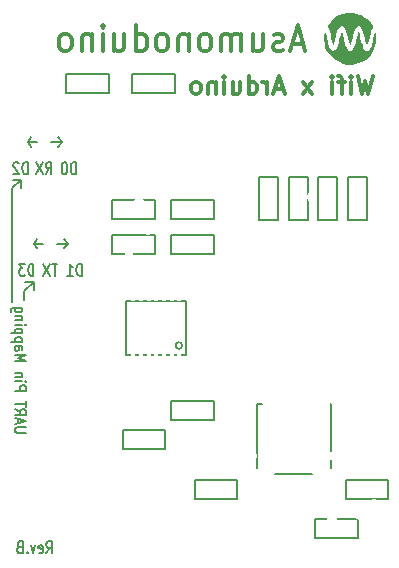
<source format=gbo>
G04 (created by PCBNEW (2013-07-07 BZR 4022)-stable) date 2015/11/30 22:46:21*
%MOIN*%
G04 Gerber Fmt 3.4, Leading zero omitted, Abs format*
%FSLAX34Y34*%
G01*
G70*
G90*
G04 APERTURE LIST*
%ADD10C,0.00590551*%
%ADD11C,0.00787402*%
%ADD12C,0.011811*%
%ADD13C,0.005*%
%ADD14C,0.0001*%
%ADD15R,0.0629921X0.11811*%
%ADD16R,0.19X0.165*%
%ADD17R,0.06X0.06*%
%ADD18C,0.06*%
%ADD19R,0.0393701X0.045*%
%ADD20R,0.045X0.0393701*%
%ADD21R,0.0165X0.0629921*%
%ADD22R,0.0393701X0.0787402*%
%ADD23C,0.035*%
G04 APERTURE END LIST*
G54D10*
G54D11*
X38425Y-33110D02*
X38149Y-33110D01*
X38425Y-33110D02*
X38425Y-33385D01*
X38110Y-33425D02*
X38425Y-33110D01*
X38110Y-33740D02*
X38110Y-33425D01*
X37992Y-29724D02*
X37755Y-29724D01*
X37992Y-29724D02*
X37992Y-30000D01*
X37716Y-30000D02*
X37992Y-29724D01*
X37716Y-30314D02*
X37716Y-30000D01*
X37716Y-33779D02*
X37716Y-30314D01*
X38187Y-38147D02*
X37868Y-38147D01*
X37830Y-38132D01*
X37812Y-38117D01*
X37793Y-38087D01*
X37793Y-38027D01*
X37812Y-37997D01*
X37830Y-37982D01*
X37868Y-37967D01*
X38187Y-37967D01*
X37905Y-37832D02*
X37905Y-37682D01*
X37793Y-37862D02*
X38187Y-37757D01*
X37793Y-37652D01*
X37793Y-37367D02*
X37980Y-37472D01*
X37793Y-37547D02*
X38187Y-37547D01*
X38187Y-37427D01*
X38168Y-37397D01*
X38149Y-37382D01*
X38112Y-37367D01*
X38055Y-37367D01*
X38018Y-37382D01*
X37999Y-37397D01*
X37980Y-37427D01*
X37980Y-37547D01*
X38187Y-37277D02*
X38187Y-37097D01*
X37793Y-37187D02*
X38187Y-37187D01*
X37793Y-36752D02*
X38187Y-36752D01*
X38187Y-36632D01*
X38168Y-36602D01*
X38149Y-36587D01*
X38112Y-36572D01*
X38055Y-36572D01*
X38018Y-36587D01*
X37999Y-36602D01*
X37980Y-36632D01*
X37980Y-36752D01*
X37793Y-36437D02*
X38055Y-36437D01*
X38187Y-36437D02*
X38168Y-36452D01*
X38149Y-36437D01*
X38168Y-36422D01*
X38187Y-36437D01*
X38149Y-36437D01*
X38055Y-36287D02*
X37793Y-36287D01*
X38018Y-36287D02*
X38037Y-36272D01*
X38055Y-36242D01*
X38055Y-36197D01*
X38037Y-36167D01*
X37999Y-36152D01*
X37793Y-36152D01*
X37793Y-35763D02*
X38187Y-35763D01*
X37905Y-35658D01*
X38187Y-35553D01*
X37793Y-35553D01*
X37793Y-35268D02*
X37999Y-35268D01*
X38037Y-35283D01*
X38055Y-35313D01*
X38055Y-35373D01*
X38037Y-35403D01*
X37812Y-35268D02*
X37793Y-35298D01*
X37793Y-35373D01*
X37812Y-35403D01*
X37849Y-35418D01*
X37887Y-35418D01*
X37924Y-35403D01*
X37943Y-35373D01*
X37943Y-35298D01*
X37962Y-35268D01*
X38055Y-35118D02*
X37662Y-35118D01*
X38037Y-35118D02*
X38055Y-35088D01*
X38055Y-35028D01*
X38037Y-34998D01*
X38018Y-34983D01*
X37980Y-34968D01*
X37868Y-34968D01*
X37830Y-34983D01*
X37812Y-34998D01*
X37793Y-35028D01*
X37793Y-35088D01*
X37812Y-35118D01*
X38055Y-34833D02*
X37662Y-34833D01*
X38037Y-34833D02*
X38055Y-34803D01*
X38055Y-34743D01*
X38037Y-34713D01*
X38018Y-34698D01*
X37980Y-34683D01*
X37868Y-34683D01*
X37830Y-34698D01*
X37812Y-34713D01*
X37793Y-34743D01*
X37793Y-34803D01*
X37812Y-34833D01*
X37793Y-34548D02*
X38055Y-34548D01*
X38187Y-34548D02*
X38168Y-34563D01*
X38149Y-34548D01*
X38168Y-34533D01*
X38187Y-34548D01*
X38149Y-34548D01*
X38055Y-34398D02*
X37793Y-34398D01*
X38018Y-34398D02*
X38037Y-34383D01*
X38055Y-34353D01*
X38055Y-34308D01*
X38037Y-34278D01*
X37999Y-34263D01*
X37793Y-34263D01*
X38055Y-33978D02*
X37737Y-33978D01*
X37699Y-33993D01*
X37680Y-34008D01*
X37662Y-34038D01*
X37662Y-34083D01*
X37680Y-34113D01*
X37812Y-33978D02*
X37793Y-34008D01*
X37793Y-34068D01*
X37812Y-34098D01*
X37830Y-34113D01*
X37868Y-34128D01*
X37980Y-34128D01*
X38018Y-34113D01*
X38037Y-34098D01*
X38055Y-34068D01*
X38055Y-34008D01*
X38037Y-33978D01*
X39216Y-32521D02*
X39036Y-32521D01*
X39126Y-32915D02*
X39126Y-32521D01*
X38961Y-32521D02*
X38751Y-32915D01*
X38751Y-32521D02*
X38961Y-32915D01*
X38832Y-29529D02*
X38937Y-29341D01*
X39011Y-29529D02*
X39011Y-29135D01*
X38892Y-29135D01*
X38862Y-29154D01*
X38847Y-29173D01*
X38832Y-29210D01*
X38832Y-29266D01*
X38847Y-29304D01*
X38862Y-29323D01*
X38892Y-29341D01*
X39011Y-29341D01*
X38727Y-29135D02*
X38517Y-29529D01*
X38517Y-29135D02*
X38727Y-29529D01*
G54D12*
X49730Y-26262D02*
X49589Y-26853D01*
X49476Y-26431D01*
X49364Y-26853D01*
X49223Y-26262D01*
X48998Y-26853D02*
X48998Y-26459D01*
X48998Y-26262D02*
X49026Y-26290D01*
X48998Y-26318D01*
X48970Y-26290D01*
X48998Y-26262D01*
X48998Y-26318D01*
X48802Y-26459D02*
X48577Y-26459D01*
X48717Y-26853D02*
X48717Y-26347D01*
X48689Y-26290D01*
X48633Y-26262D01*
X48577Y-26262D01*
X48380Y-26853D02*
X48380Y-26459D01*
X48380Y-26262D02*
X48408Y-26290D01*
X48380Y-26318D01*
X48352Y-26290D01*
X48380Y-26262D01*
X48380Y-26318D01*
X47705Y-26853D02*
X47395Y-26459D01*
X47705Y-26459D02*
X47395Y-26853D01*
X46749Y-26684D02*
X46467Y-26684D01*
X46805Y-26853D02*
X46608Y-26262D01*
X46411Y-26853D01*
X46214Y-26853D02*
X46214Y-26459D01*
X46214Y-26571D02*
X46186Y-26515D01*
X46158Y-26487D01*
X46102Y-26459D01*
X46046Y-26459D01*
X45596Y-26853D02*
X45596Y-26262D01*
X45596Y-26825D02*
X45652Y-26853D01*
X45764Y-26853D01*
X45821Y-26825D01*
X45849Y-26796D01*
X45877Y-26740D01*
X45877Y-26571D01*
X45849Y-26515D01*
X45821Y-26487D01*
X45764Y-26459D01*
X45652Y-26459D01*
X45596Y-26487D01*
X45061Y-26459D02*
X45061Y-26853D01*
X45314Y-26459D02*
X45314Y-26768D01*
X45286Y-26825D01*
X45230Y-26853D01*
X45146Y-26853D01*
X45089Y-26825D01*
X45061Y-26796D01*
X44780Y-26853D02*
X44780Y-26459D01*
X44780Y-26262D02*
X44808Y-26290D01*
X44780Y-26318D01*
X44752Y-26290D01*
X44780Y-26262D01*
X44780Y-26318D01*
X44499Y-26459D02*
X44499Y-26853D01*
X44499Y-26515D02*
X44471Y-26487D01*
X44415Y-26459D01*
X44330Y-26459D01*
X44274Y-26487D01*
X44246Y-26543D01*
X44246Y-26853D01*
X43880Y-26853D02*
X43937Y-26825D01*
X43965Y-26796D01*
X43993Y-26740D01*
X43993Y-26571D01*
X43965Y-26515D01*
X43937Y-26487D01*
X43880Y-26459D01*
X43796Y-26459D01*
X43740Y-26487D01*
X43712Y-26515D01*
X43683Y-26571D01*
X43683Y-26740D01*
X43712Y-26796D01*
X43740Y-26825D01*
X43796Y-26853D01*
X43880Y-26853D01*
G54D11*
X38854Y-42167D02*
X38959Y-41979D01*
X39034Y-42167D02*
X39034Y-41773D01*
X38914Y-41773D01*
X38884Y-41792D01*
X38869Y-41811D01*
X38854Y-41848D01*
X38854Y-41904D01*
X38869Y-41942D01*
X38884Y-41961D01*
X38914Y-41979D01*
X39034Y-41979D01*
X38599Y-42148D02*
X38629Y-42167D01*
X38689Y-42167D01*
X38719Y-42148D01*
X38734Y-42110D01*
X38734Y-41961D01*
X38719Y-41923D01*
X38689Y-41904D01*
X38629Y-41904D01*
X38599Y-41923D01*
X38584Y-41961D01*
X38584Y-41998D01*
X38734Y-42035D01*
X38479Y-41904D02*
X38404Y-42167D01*
X38329Y-41904D01*
X38209Y-42129D02*
X38194Y-42148D01*
X38209Y-42167D01*
X38224Y-42148D01*
X38209Y-42129D01*
X38209Y-42167D01*
X37954Y-41961D02*
X37909Y-41979D01*
X37894Y-41998D01*
X37879Y-42035D01*
X37879Y-42092D01*
X37894Y-42129D01*
X37909Y-42148D01*
X37939Y-42167D01*
X38059Y-42167D01*
X38059Y-41773D01*
X37954Y-41773D01*
X37924Y-41792D01*
X37909Y-41811D01*
X37894Y-41848D01*
X37894Y-41886D01*
X37909Y-41923D01*
X37924Y-41942D01*
X37954Y-41961D01*
X38059Y-41961D01*
X40035Y-32915D02*
X40035Y-32521D01*
X39960Y-32521D01*
X39915Y-32540D01*
X39885Y-32577D01*
X39870Y-32615D01*
X39855Y-32690D01*
X39855Y-32746D01*
X39870Y-32821D01*
X39885Y-32859D01*
X39915Y-32896D01*
X39960Y-32915D01*
X40035Y-32915D01*
X39555Y-32915D02*
X39735Y-32915D01*
X39645Y-32915D02*
X39645Y-32521D01*
X39675Y-32577D01*
X39705Y-32615D01*
X39735Y-32634D01*
X38421Y-32915D02*
X38421Y-32521D01*
X38346Y-32521D01*
X38301Y-32540D01*
X38271Y-32577D01*
X38256Y-32615D01*
X38241Y-32690D01*
X38241Y-32746D01*
X38256Y-32821D01*
X38271Y-32859D01*
X38301Y-32896D01*
X38346Y-32915D01*
X38421Y-32915D01*
X38136Y-32521D02*
X37941Y-32521D01*
X38046Y-32671D01*
X38001Y-32671D01*
X37971Y-32690D01*
X37956Y-32709D01*
X37941Y-32746D01*
X37941Y-32840D01*
X37956Y-32877D01*
X37971Y-32896D01*
X38001Y-32915D01*
X38091Y-32915D01*
X38121Y-32896D01*
X38136Y-32877D01*
X38224Y-29529D02*
X38224Y-29135D01*
X38149Y-29135D01*
X38104Y-29154D01*
X38074Y-29191D01*
X38059Y-29229D01*
X38044Y-29304D01*
X38044Y-29360D01*
X38059Y-29435D01*
X38074Y-29473D01*
X38104Y-29510D01*
X38149Y-29529D01*
X38224Y-29529D01*
X37924Y-29173D02*
X37909Y-29154D01*
X37879Y-29135D01*
X37804Y-29135D01*
X37774Y-29154D01*
X37759Y-29173D01*
X37744Y-29210D01*
X37744Y-29248D01*
X37759Y-29304D01*
X37939Y-29529D01*
X37744Y-29529D01*
X39838Y-29529D02*
X39838Y-29135D01*
X39763Y-29135D01*
X39718Y-29154D01*
X39688Y-29191D01*
X39673Y-29229D01*
X39658Y-29304D01*
X39658Y-29360D01*
X39673Y-29435D01*
X39688Y-29473D01*
X39718Y-29510D01*
X39763Y-29529D01*
X39838Y-29529D01*
X39463Y-29135D02*
X39433Y-29135D01*
X39403Y-29154D01*
X39388Y-29173D01*
X39373Y-29210D01*
X39358Y-29285D01*
X39358Y-29379D01*
X39373Y-29454D01*
X39388Y-29491D01*
X39403Y-29510D01*
X39433Y-29529D01*
X39463Y-29529D01*
X39493Y-29510D01*
X39508Y-29491D01*
X39523Y-29454D01*
X39538Y-29379D01*
X39538Y-29285D01*
X39523Y-29210D01*
X39508Y-29173D01*
X39493Y-29154D01*
X39463Y-29135D01*
G54D12*
X47414Y-25181D02*
X47039Y-25181D01*
X47489Y-25429D02*
X47227Y-24563D01*
X46964Y-25429D01*
X46739Y-25388D02*
X46664Y-25429D01*
X46514Y-25429D01*
X46439Y-25388D01*
X46402Y-25305D01*
X46402Y-25264D01*
X46439Y-25181D01*
X46514Y-25140D01*
X46627Y-25140D01*
X46702Y-25099D01*
X46739Y-25016D01*
X46739Y-24975D01*
X46702Y-24893D01*
X46627Y-24851D01*
X46514Y-24851D01*
X46439Y-24893D01*
X45727Y-24851D02*
X45727Y-25429D01*
X46064Y-24851D02*
X46064Y-25305D01*
X46027Y-25388D01*
X45952Y-25429D01*
X45839Y-25429D01*
X45764Y-25388D01*
X45727Y-25346D01*
X45352Y-25429D02*
X45352Y-24851D01*
X45352Y-24934D02*
X45314Y-24893D01*
X45239Y-24851D01*
X45127Y-24851D01*
X45052Y-24893D01*
X45014Y-24975D01*
X45014Y-25429D01*
X45014Y-24975D02*
X44977Y-24893D01*
X44902Y-24851D01*
X44790Y-24851D01*
X44715Y-24893D01*
X44677Y-24975D01*
X44677Y-25429D01*
X44190Y-25429D02*
X44265Y-25388D01*
X44302Y-25346D01*
X44340Y-25264D01*
X44340Y-25016D01*
X44302Y-24934D01*
X44265Y-24893D01*
X44190Y-24851D01*
X44077Y-24851D01*
X44002Y-24893D01*
X43965Y-24934D01*
X43927Y-25016D01*
X43927Y-25264D01*
X43965Y-25346D01*
X44002Y-25388D01*
X44077Y-25429D01*
X44190Y-25429D01*
X43590Y-24851D02*
X43590Y-25429D01*
X43590Y-24934D02*
X43552Y-24893D01*
X43477Y-24851D01*
X43365Y-24851D01*
X43290Y-24893D01*
X43252Y-24975D01*
X43252Y-25429D01*
X42765Y-25429D02*
X42840Y-25388D01*
X42877Y-25346D01*
X42915Y-25264D01*
X42915Y-25016D01*
X42877Y-24934D01*
X42840Y-24893D01*
X42765Y-24851D01*
X42652Y-24851D01*
X42577Y-24893D01*
X42540Y-24934D01*
X42502Y-25016D01*
X42502Y-25264D01*
X42540Y-25346D01*
X42577Y-25388D01*
X42652Y-25429D01*
X42765Y-25429D01*
X41827Y-25429D02*
X41827Y-24563D01*
X41827Y-25388D02*
X41902Y-25429D01*
X42052Y-25429D01*
X42127Y-25388D01*
X42165Y-25346D01*
X42202Y-25264D01*
X42202Y-25016D01*
X42165Y-24934D01*
X42127Y-24893D01*
X42052Y-24851D01*
X41902Y-24851D01*
X41827Y-24893D01*
X41115Y-24851D02*
X41115Y-25429D01*
X41452Y-24851D02*
X41452Y-25305D01*
X41415Y-25388D01*
X41340Y-25429D01*
X41227Y-25429D01*
X41152Y-25388D01*
X41115Y-25346D01*
X40740Y-25429D02*
X40740Y-24851D01*
X40740Y-24563D02*
X40778Y-24604D01*
X40740Y-24645D01*
X40703Y-24604D01*
X40740Y-24563D01*
X40740Y-24645D01*
X40365Y-24851D02*
X40365Y-25429D01*
X40365Y-24934D02*
X40328Y-24893D01*
X40253Y-24851D01*
X40140Y-24851D01*
X40065Y-24893D01*
X40028Y-24975D01*
X40028Y-25429D01*
X39540Y-25429D02*
X39615Y-25388D01*
X39653Y-25346D01*
X39690Y-25264D01*
X39690Y-25016D01*
X39653Y-24934D01*
X39615Y-24893D01*
X39540Y-24851D01*
X39428Y-24851D01*
X39353Y-24893D01*
X39315Y-24934D01*
X39278Y-25016D01*
X39278Y-25264D01*
X39315Y-25346D01*
X39353Y-25388D01*
X39428Y-25429D01*
X39540Y-25429D01*
G54D10*
X45866Y-37204D02*
X45866Y-39330D01*
X46456Y-39527D02*
X47716Y-39527D01*
X46023Y-37204D02*
X45866Y-37204D01*
X48346Y-39330D02*
X48346Y-37204D01*
X48346Y-37204D02*
X48188Y-37204D01*
X47814Y-41653D02*
X49232Y-41653D01*
X49232Y-41653D02*
X49232Y-41023D01*
X49232Y-41023D02*
X47814Y-41023D01*
X47814Y-41023D02*
X47814Y-41653D01*
X43011Y-37716D02*
X44429Y-37716D01*
X44429Y-37716D02*
X44429Y-37086D01*
X44429Y-37086D02*
X43011Y-37086D01*
X43011Y-37086D02*
X43011Y-37716D01*
X43011Y-32204D02*
X44429Y-32204D01*
X44429Y-32204D02*
X44429Y-31574D01*
X44429Y-31574D02*
X43011Y-31574D01*
X43011Y-31574D02*
X43011Y-32204D01*
X40925Y-26181D02*
X39507Y-26181D01*
X39507Y-26181D02*
X39507Y-26811D01*
X39507Y-26811D02*
X40925Y-26811D01*
X40925Y-26811D02*
X40925Y-26181D01*
X41712Y-26811D02*
X43129Y-26811D01*
X43129Y-26811D02*
X43129Y-26181D01*
X43129Y-26181D02*
X41712Y-26181D01*
X41712Y-26181D02*
X41712Y-26811D01*
X45944Y-29625D02*
X45944Y-31043D01*
X45944Y-31043D02*
X46574Y-31043D01*
X46574Y-31043D02*
X46574Y-29625D01*
X46574Y-29625D02*
X45944Y-29625D01*
X46929Y-29625D02*
X46929Y-31043D01*
X46929Y-31043D02*
X47559Y-31043D01*
X47559Y-31043D02*
X47559Y-29625D01*
X47559Y-29625D02*
X46929Y-29625D01*
X47913Y-29625D02*
X47913Y-31043D01*
X47913Y-31043D02*
X48543Y-31043D01*
X48543Y-31043D02*
X48543Y-29625D01*
X48543Y-29625D02*
X47913Y-29625D01*
X48897Y-29625D02*
X48897Y-31043D01*
X48897Y-31043D02*
X49527Y-31043D01*
X49527Y-31043D02*
X49527Y-29625D01*
X49527Y-29625D02*
X48897Y-29625D01*
X48838Y-40354D02*
X50255Y-40354D01*
X50255Y-40354D02*
X50255Y-39724D01*
X50255Y-39724D02*
X48838Y-39724D01*
X48838Y-39724D02*
X48838Y-40354D01*
X42814Y-38070D02*
X41397Y-38070D01*
X41397Y-38070D02*
X41397Y-38700D01*
X41397Y-38700D02*
X42814Y-38700D01*
X42814Y-38700D02*
X42814Y-38070D01*
X43011Y-31023D02*
X44429Y-31023D01*
X44429Y-31023D02*
X44429Y-30393D01*
X44429Y-30393D02*
X43011Y-30393D01*
X43011Y-30393D02*
X43011Y-31023D01*
X41043Y-31023D02*
X42460Y-31023D01*
X42460Y-31023D02*
X42460Y-30393D01*
X42460Y-30393D02*
X41043Y-30393D01*
X41043Y-30393D02*
X41043Y-31023D01*
X41043Y-32204D02*
X42460Y-32204D01*
X42460Y-32204D02*
X42460Y-31574D01*
X42460Y-31574D02*
X41043Y-31574D01*
X41043Y-31574D02*
X41043Y-32204D01*
X45216Y-39724D02*
X43799Y-39724D01*
X43799Y-39724D02*
X43799Y-40354D01*
X43799Y-40354D02*
X45216Y-40354D01*
X45216Y-40354D02*
X45216Y-39724D01*
G54D13*
X43381Y-35245D02*
G75*
G03X43381Y-35245I-111J0D01*
G74*
G01*
X41519Y-33745D02*
X43519Y-33745D01*
X43519Y-33745D02*
X43519Y-35545D01*
X43519Y-35545D02*
X41519Y-35545D01*
X41519Y-35545D02*
X41519Y-33745D01*
G54D10*
X39370Y-28464D02*
X39251Y-28307D01*
X39015Y-28464D02*
X39370Y-28464D01*
X39370Y-28464D02*
X39251Y-28622D01*
X38228Y-28464D02*
X38346Y-28307D01*
X38543Y-28464D02*
X38228Y-28464D01*
X38228Y-28464D02*
X38346Y-28622D01*
X39566Y-31850D02*
X39448Y-31692D01*
X39212Y-31850D02*
X39566Y-31850D01*
X39566Y-31850D02*
X39448Y-32007D01*
X38425Y-31850D02*
X38543Y-31692D01*
X38740Y-31850D02*
X38425Y-31850D01*
X38425Y-31850D02*
X38543Y-32007D01*
G54D14*
G36*
X49853Y-24860D02*
X49842Y-25128D01*
X49776Y-25362D01*
X49659Y-25560D01*
X49493Y-25716D01*
X49281Y-25826D01*
X49244Y-25838D01*
X49063Y-25883D01*
X48903Y-25885D01*
X48734Y-25845D01*
X48715Y-25839D01*
X48511Y-25740D01*
X48341Y-25595D01*
X48243Y-25470D01*
X48187Y-25379D01*
X48152Y-25294D01*
X48132Y-25190D01*
X48121Y-25049D01*
X48116Y-24903D01*
X48123Y-24822D01*
X48140Y-24805D01*
X48167Y-24849D01*
X48192Y-24931D01*
X48196Y-24951D01*
X48238Y-25138D01*
X48289Y-25284D01*
X48345Y-25379D01*
X48390Y-25413D01*
X48466Y-25406D01*
X48534Y-25343D01*
X48584Y-25234D01*
X48600Y-25166D01*
X48622Y-25053D01*
X48653Y-24925D01*
X48661Y-24894D01*
X48701Y-24744D01*
X48774Y-25040D01*
X48819Y-25208D01*
X48858Y-25321D01*
X48897Y-25388D01*
X48941Y-25420D01*
X48985Y-25427D01*
X49058Y-25394D01*
X49119Y-25299D01*
X49167Y-25142D01*
X49177Y-25094D01*
X49199Y-24989D01*
X49225Y-24889D01*
X49250Y-24809D01*
X49270Y-24763D01*
X49279Y-24766D01*
X49294Y-24862D01*
X49321Y-24986D01*
X49355Y-25119D01*
X49390Y-25240D01*
X49421Y-25326D01*
X49433Y-25351D01*
X49501Y-25421D01*
X49568Y-25426D01*
X49632Y-25370D01*
X49690Y-25255D01*
X49740Y-25082D01*
X49748Y-25044D01*
X49782Y-24897D01*
X49810Y-24809D01*
X49833Y-24780D01*
X49848Y-24814D01*
X49853Y-24860D01*
X49853Y-24860D01*
X49853Y-24860D01*
G37*
G36*
X49748Y-24605D02*
X49727Y-24665D01*
X49711Y-24684D01*
X49686Y-24733D01*
X49656Y-24828D01*
X49628Y-24943D01*
X49594Y-25095D01*
X49566Y-25182D01*
X49542Y-25205D01*
X49516Y-25164D01*
X49487Y-25062D01*
X49469Y-24984D01*
X49415Y-24789D01*
X49355Y-24659D01*
X49292Y-24596D01*
X49228Y-24598D01*
X49165Y-24666D01*
X49107Y-24800D01*
X49061Y-24970D01*
X49032Y-25090D01*
X49005Y-25180D01*
X48985Y-25225D01*
X48982Y-25227D01*
X48965Y-25197D01*
X48940Y-25117D01*
X48911Y-25002D01*
X48903Y-24965D01*
X48854Y-24785D01*
X48796Y-24664D01*
X48733Y-24603D01*
X48666Y-24605D01*
X48599Y-24669D01*
X48547Y-24772D01*
X48501Y-24925D01*
X48466Y-25102D01*
X48447Y-25182D01*
X48424Y-25225D01*
X48419Y-25227D01*
X48400Y-25197D01*
X48377Y-25117D01*
X48353Y-25006D01*
X48351Y-24999D01*
X48323Y-24867D01*
X48290Y-24750D01*
X48262Y-24678D01*
X48237Y-24622D01*
X48235Y-24576D01*
X48261Y-24523D01*
X48323Y-24447D01*
X48380Y-24383D01*
X48523Y-24270D01*
X48707Y-24195D01*
X48912Y-24159D01*
X49122Y-24165D01*
X49320Y-24215D01*
X49377Y-24241D01*
X49485Y-24308D01*
X49591Y-24394D01*
X49679Y-24484D01*
X49736Y-24564D01*
X49748Y-24605D01*
X49748Y-24605D01*
X49748Y-24605D01*
G37*
%LPC*%
G54D15*
X48144Y-40055D03*
X46029Y-40055D03*
G54D16*
X47086Y-37639D03*
G54D17*
X51000Y-38000D03*
G54D18*
X51000Y-37000D03*
X51000Y-36000D03*
X51000Y-35000D03*
X51000Y-34000D03*
X51000Y-33000D03*
X51000Y-32000D03*
X51000Y-31000D03*
X51000Y-30000D03*
X51000Y-29000D03*
X51000Y-28000D03*
X51000Y-27000D03*
X51000Y-26000D03*
X51000Y-25000D03*
X51000Y-24000D03*
G54D17*
X37000Y-24000D03*
G54D18*
X37000Y-25000D03*
X37000Y-26000D03*
X37000Y-27000D03*
X37000Y-28000D03*
X37000Y-29000D03*
X37000Y-30000D03*
X37000Y-31000D03*
X37000Y-32000D03*
X37000Y-33000D03*
X37000Y-34000D03*
X37000Y-35000D03*
X37000Y-36000D03*
X37000Y-37000D03*
X37000Y-38000D03*
G54D19*
X48110Y-41338D03*
X48937Y-41338D03*
X43307Y-37401D03*
X44133Y-37401D03*
X43307Y-31889D03*
X44133Y-31889D03*
X40629Y-26496D03*
X39803Y-26496D03*
X42007Y-26496D03*
X42834Y-26496D03*
G54D20*
X46259Y-29921D03*
X46259Y-30748D03*
X47244Y-29921D03*
X47244Y-30748D03*
X48228Y-29921D03*
X48228Y-30748D03*
X49212Y-29921D03*
X49212Y-30748D03*
G54D19*
X49133Y-40039D03*
X49960Y-40039D03*
X42519Y-38385D03*
X41692Y-38385D03*
X43307Y-30708D03*
X44133Y-30708D03*
X41338Y-30708D03*
X42165Y-30708D03*
X41338Y-31889D03*
X42165Y-31889D03*
X44921Y-40039D03*
X44094Y-40039D03*
G54D21*
X42519Y-35787D03*
X42263Y-35787D03*
X42007Y-35787D03*
X41751Y-35787D03*
X41751Y-33464D03*
X43287Y-35787D03*
X43031Y-35787D03*
X42775Y-35787D03*
X42007Y-33464D03*
X42263Y-33464D03*
X42519Y-33464D03*
X42775Y-33464D03*
X43031Y-33464D03*
X43287Y-33464D03*
G54D17*
X51000Y-42000D03*
G54D18*
X51000Y-41000D03*
X51000Y-40000D03*
X51000Y-39000D03*
G54D17*
X37000Y-39000D03*
G54D18*
X37000Y-40000D03*
X37000Y-41000D03*
X37000Y-42000D03*
G54D22*
X38779Y-28464D03*
X39606Y-28464D03*
X37992Y-28464D03*
X38976Y-31850D03*
X39803Y-31850D03*
X38188Y-31850D03*
G54D23*
X43385Y-26496D03*
X49566Y-39133D03*
X43818Y-38425D03*
X44488Y-39094D03*
X48385Y-41023D03*
X43267Y-34921D03*
X44015Y-36023D03*
X50118Y-29527D03*
X41614Y-32086D03*
X40511Y-30551D03*
X44015Y-33031D03*
X43937Y-32559D03*
X48937Y-35984D03*
X43897Y-34370D03*
X43425Y-32559D03*
X37952Y-27598D03*
X38228Y-25826D03*
X40314Y-31377D03*
X41889Y-36692D03*
X42086Y-37125D03*
X41968Y-40000D03*
X45708Y-38937D03*
X46496Y-38937D03*
X39094Y-39015D03*
X49370Y-41889D03*
X41968Y-38976D03*
X41338Y-37716D03*
X40905Y-35078D03*
X41968Y-39488D03*
X43503Y-28503D03*
X46456Y-28385D03*
X38543Y-26535D03*
X43937Y-27362D03*
X46657Y-31964D03*
X47952Y-31850D03*
X47755Y-35393D03*
X44606Y-35984D03*
X49370Y-29409D03*
X46377Y-29370D03*
X36456Y-23503D03*
X39803Y-23543D03*
X44094Y-23543D03*
X47086Y-23425D03*
X49685Y-23464D03*
X51535Y-23503D03*
X38070Y-42598D03*
X36535Y-42598D03*
X36535Y-38425D03*
X36535Y-34488D03*
X36535Y-30511D03*
X47480Y-42637D03*
X49803Y-42519D03*
X51496Y-42519D03*
X51496Y-39527D03*
X51496Y-35511D03*
X51535Y-31574D03*
X51535Y-27559D03*
X39763Y-42598D03*
X43346Y-38700D03*
X42559Y-37559D03*
X43818Y-36811D03*
X41456Y-40354D03*
X43464Y-40314D03*
X39212Y-26496D03*
X41929Y-30472D03*
X39055Y-40551D03*
X39015Y-39606D03*
X39133Y-38149D03*
X49763Y-40511D03*
X49291Y-40905D03*
X48228Y-38937D03*
X45472Y-38228D03*
X43700Y-39173D03*
X41732Y-35000D03*
X48188Y-37086D03*
X45354Y-33661D03*
X41181Y-29881D03*
X42244Y-31377D03*
X41889Y-34133D03*
X44212Y-35157D03*
X47716Y-30275D03*
X41220Y-33307D03*
X44960Y-28897D03*
X44960Y-27952D03*
X48031Y-27913D03*
X42204Y-30078D03*
X40748Y-38346D03*
X46259Y-35472D03*
X48385Y-33700D03*
X46968Y-32992D03*
X42322Y-25748D03*
X38818Y-30551D03*
X40275Y-25708D03*
X38385Y-30039D03*
X44645Y-35472D03*
X48385Y-32086D03*
X47677Y-32283D03*
X48385Y-32637D03*
X45275Y-35472D03*
X45787Y-35472D03*
X48385Y-33188D03*
X47283Y-32637D03*
M02*

</source>
